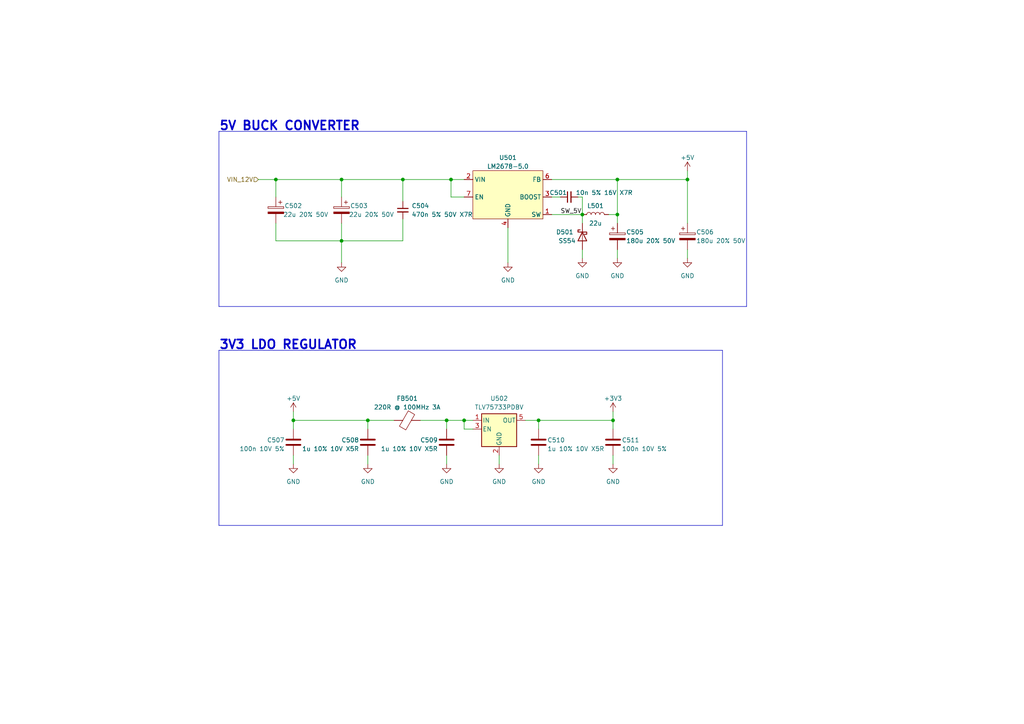
<source format=kicad_sch>
(kicad_sch (version 20230121) (generator eeschema)

  (uuid 0bc33229-289e-41f7-8f14-d2f8da86035b)

  (paper "A4")

  (title_block
    (title "GeoLock")
    (date "2023-06-28")
    (rev "1.1")
    (company "sudo-junkie")
  )

  (lib_symbols
    (symbol "Device:C" (pin_numbers hide) (pin_names (offset 0.254)) (in_bom yes) (on_board yes)
      (property "Reference" "C" (at 0.635 2.54 0)
        (effects (font (size 1.27 1.27)) (justify left))
      )
      (property "Value" "C" (at 0.635 -2.54 0)
        (effects (font (size 1.27 1.27)) (justify left))
      )
      (property "Footprint" "" (at 0.9652 -3.81 0)
        (effects (font (size 1.27 1.27)) hide)
      )
      (property "Datasheet" "~" (at 0 0 0)
        (effects (font (size 1.27 1.27)) hide)
      )
      (property "ki_keywords" "cap capacitor" (at 0 0 0)
        (effects (font (size 1.27 1.27)) hide)
      )
      (property "ki_description" "Unpolarized capacitor" (at 0 0 0)
        (effects (font (size 1.27 1.27)) hide)
      )
      (property "ki_fp_filters" "C_*" (at 0 0 0)
        (effects (font (size 1.27 1.27)) hide)
      )
      (symbol "C_0_1"
        (polyline
          (pts
            (xy -2.032 -0.762)
            (xy 2.032 -0.762)
          )
          (stroke (width 0.508) (type default))
          (fill (type none))
        )
        (polyline
          (pts
            (xy -2.032 0.762)
            (xy 2.032 0.762)
          )
          (stroke (width 0.508) (type default))
          (fill (type none))
        )
      )
      (symbol "C_1_1"
        (pin passive line (at 0 3.81 270) (length 2.794)
          (name "~" (effects (font (size 1.27 1.27))))
          (number "1" (effects (font (size 1.27 1.27))))
        )
        (pin passive line (at 0 -3.81 90) (length 2.794)
          (name "~" (effects (font (size 1.27 1.27))))
          (number "2" (effects (font (size 1.27 1.27))))
        )
      )
    )
    (symbol "Device:C_Polarized" (pin_numbers hide) (pin_names (offset 0.254)) (in_bom yes) (on_board yes)
      (property "Reference" "C" (at 0.635 2.54 0)
        (effects (font (size 1.27 1.27)) (justify left))
      )
      (property "Value" "C_Polarized" (at 0.635 -2.54 0)
        (effects (font (size 1.27 1.27)) (justify left))
      )
      (property "Footprint" "" (at 0.9652 -3.81 0)
        (effects (font (size 1.27 1.27)) hide)
      )
      (property "Datasheet" "~" (at 0 0 0)
        (effects (font (size 1.27 1.27)) hide)
      )
      (property "ki_keywords" "cap capacitor" (at 0 0 0)
        (effects (font (size 1.27 1.27)) hide)
      )
      (property "ki_description" "Polarized capacitor" (at 0 0 0)
        (effects (font (size 1.27 1.27)) hide)
      )
      (property "ki_fp_filters" "CP_*" (at 0 0 0)
        (effects (font (size 1.27 1.27)) hide)
      )
      (symbol "C_Polarized_0_1"
        (rectangle (start -2.286 0.508) (end 2.286 1.016)
          (stroke (width 0) (type default))
          (fill (type none))
        )
        (polyline
          (pts
            (xy -1.778 2.286)
            (xy -0.762 2.286)
          )
          (stroke (width 0) (type default))
          (fill (type none))
        )
        (polyline
          (pts
            (xy -1.27 2.794)
            (xy -1.27 1.778)
          )
          (stroke (width 0) (type default))
          (fill (type none))
        )
        (rectangle (start 2.286 -0.508) (end -2.286 -1.016)
          (stroke (width 0) (type default))
          (fill (type outline))
        )
      )
      (symbol "C_Polarized_1_1"
        (pin passive line (at 0 3.81 270) (length 2.794)
          (name "~" (effects (font (size 1.27 1.27))))
          (number "1" (effects (font (size 1.27 1.27))))
        )
        (pin passive line (at 0 -3.81 90) (length 2.794)
          (name "~" (effects (font (size 1.27 1.27))))
          (number "2" (effects (font (size 1.27 1.27))))
        )
      )
    )
    (symbol "Device:C_Small" (pin_numbers hide) (pin_names (offset 0.254) hide) (in_bom yes) (on_board yes)
      (property "Reference" "C" (at 0.254 1.778 0)
        (effects (font (size 1.27 1.27)) (justify left))
      )
      (property "Value" "C_Small" (at 0.254 -2.032 0)
        (effects (font (size 1.27 1.27)) (justify left))
      )
      (property "Footprint" "" (at 0 0 0)
        (effects (font (size 1.27 1.27)) hide)
      )
      (property "Datasheet" "~" (at 0 0 0)
        (effects (font (size 1.27 1.27)) hide)
      )
      (property "ki_keywords" "capacitor cap" (at 0 0 0)
        (effects (font (size 1.27 1.27)) hide)
      )
      (property "ki_description" "Unpolarized capacitor, small symbol" (at 0 0 0)
        (effects (font (size 1.27 1.27)) hide)
      )
      (property "ki_fp_filters" "C_*" (at 0 0 0)
        (effects (font (size 1.27 1.27)) hide)
      )
      (symbol "C_Small_0_1"
        (polyline
          (pts
            (xy -1.524 -0.508)
            (xy 1.524 -0.508)
          )
          (stroke (width 0.3302) (type default))
          (fill (type none))
        )
        (polyline
          (pts
            (xy -1.524 0.508)
            (xy 1.524 0.508)
          )
          (stroke (width 0.3048) (type default))
          (fill (type none))
        )
      )
      (symbol "C_Small_1_1"
        (pin passive line (at 0 2.54 270) (length 2.032)
          (name "~" (effects (font (size 1.27 1.27))))
          (number "1" (effects (font (size 1.27 1.27))))
        )
        (pin passive line (at 0 -2.54 90) (length 2.032)
          (name "~" (effects (font (size 1.27 1.27))))
          (number "2" (effects (font (size 1.27 1.27))))
        )
      )
    )
    (symbol "Device:D_Schottky" (pin_numbers hide) (pin_names (offset 1.016) hide) (in_bom yes) (on_board yes)
      (property "Reference" "D" (at 0 2.54 0)
        (effects (font (size 1.27 1.27)))
      )
      (property "Value" "D_Schottky" (at 0 -2.54 0)
        (effects (font (size 1.27 1.27)))
      )
      (property "Footprint" "" (at 0 0 0)
        (effects (font (size 1.27 1.27)) hide)
      )
      (property "Datasheet" "~" (at 0 0 0)
        (effects (font (size 1.27 1.27)) hide)
      )
      (property "ki_keywords" "diode Schottky" (at 0 0 0)
        (effects (font (size 1.27 1.27)) hide)
      )
      (property "ki_description" "Schottky diode" (at 0 0 0)
        (effects (font (size 1.27 1.27)) hide)
      )
      (property "ki_fp_filters" "TO-???* *_Diode_* *SingleDiode* D_*" (at 0 0 0)
        (effects (font (size 1.27 1.27)) hide)
      )
      (symbol "D_Schottky_0_1"
        (polyline
          (pts
            (xy 1.27 0)
            (xy -1.27 0)
          )
          (stroke (width 0) (type default))
          (fill (type none))
        )
        (polyline
          (pts
            (xy 1.27 1.27)
            (xy 1.27 -1.27)
            (xy -1.27 0)
            (xy 1.27 1.27)
          )
          (stroke (width 0.254) (type default))
          (fill (type none))
        )
        (polyline
          (pts
            (xy -1.905 0.635)
            (xy -1.905 1.27)
            (xy -1.27 1.27)
            (xy -1.27 -1.27)
            (xy -0.635 -1.27)
            (xy -0.635 -0.635)
          )
          (stroke (width 0.254) (type default))
          (fill (type none))
        )
      )
      (symbol "D_Schottky_1_1"
        (pin passive line (at -3.81 0 0) (length 2.54)
          (name "K" (effects (font (size 1.27 1.27))))
          (number "1" (effects (font (size 1.27 1.27))))
        )
        (pin passive line (at 3.81 0 180) (length 2.54)
          (name "A" (effects (font (size 1.27 1.27))))
          (number "2" (effects (font (size 1.27 1.27))))
        )
      )
    )
    (symbol "Device:FerriteBead" (pin_numbers hide) (pin_names (offset 0)) (in_bom yes) (on_board yes)
      (property "Reference" "FB" (at -3.81 0.635 90)
        (effects (font (size 1.27 1.27)))
      )
      (property "Value" "FerriteBead" (at 3.81 0 90)
        (effects (font (size 1.27 1.27)))
      )
      (property "Footprint" "" (at -1.778 0 90)
        (effects (font (size 1.27 1.27)) hide)
      )
      (property "Datasheet" "~" (at 0 0 0)
        (effects (font (size 1.27 1.27)) hide)
      )
      (property "ki_keywords" "L ferrite bead inductor filter" (at 0 0 0)
        (effects (font (size 1.27 1.27)) hide)
      )
      (property "ki_description" "Ferrite bead" (at 0 0 0)
        (effects (font (size 1.27 1.27)) hide)
      )
      (property "ki_fp_filters" "Inductor_* L_* *Ferrite*" (at 0 0 0)
        (effects (font (size 1.27 1.27)) hide)
      )
      (symbol "FerriteBead_0_1"
        (polyline
          (pts
            (xy 0 -1.27)
            (xy 0 -1.2192)
          )
          (stroke (width 0) (type default))
          (fill (type none))
        )
        (polyline
          (pts
            (xy 0 1.27)
            (xy 0 1.2954)
          )
          (stroke (width 0) (type default))
          (fill (type none))
        )
        (polyline
          (pts
            (xy -2.7686 0.4064)
            (xy -1.7018 2.2606)
            (xy 2.7686 -0.3048)
            (xy 1.6764 -2.159)
            (xy -2.7686 0.4064)
          )
          (stroke (width 0) (type default))
          (fill (type none))
        )
      )
      (symbol "FerriteBead_1_1"
        (pin passive line (at 0 3.81 270) (length 2.54)
          (name "~" (effects (font (size 1.27 1.27))))
          (number "1" (effects (font (size 1.27 1.27))))
        )
        (pin passive line (at 0 -3.81 90) (length 2.54)
          (name "~" (effects (font (size 1.27 1.27))))
          (number "2" (effects (font (size 1.27 1.27))))
        )
      )
    )
    (symbol "Device:L" (pin_numbers hide) (pin_names (offset 1.016) hide) (in_bom yes) (on_board yes)
      (property "Reference" "L" (at -1.27 0 90)
        (effects (font (size 1.27 1.27)))
      )
      (property "Value" "L" (at 1.905 0 90)
        (effects (font (size 1.27 1.27)))
      )
      (property "Footprint" "" (at 0 0 0)
        (effects (font (size 1.27 1.27)) hide)
      )
      (property "Datasheet" "~" (at 0 0 0)
        (effects (font (size 1.27 1.27)) hide)
      )
      (property "ki_keywords" "inductor choke coil reactor magnetic" (at 0 0 0)
        (effects (font (size 1.27 1.27)) hide)
      )
      (property "ki_description" "Inductor" (at 0 0 0)
        (effects (font (size 1.27 1.27)) hide)
      )
      (property "ki_fp_filters" "Choke_* *Coil* Inductor_* L_*" (at 0 0 0)
        (effects (font (size 1.27 1.27)) hide)
      )
      (symbol "L_0_1"
        (arc (start 0 -2.54) (mid 0.6323 -1.905) (end 0 -1.27)
          (stroke (width 0) (type default))
          (fill (type none))
        )
        (arc (start 0 -1.27) (mid 0.6323 -0.635) (end 0 0)
          (stroke (width 0) (type default))
          (fill (type none))
        )
        (arc (start 0 0) (mid 0.6323 0.635) (end 0 1.27)
          (stroke (width 0) (type default))
          (fill (type none))
        )
        (arc (start 0 1.27) (mid 0.6323 1.905) (end 0 2.54)
          (stroke (width 0) (type default))
          (fill (type none))
        )
      )
      (symbol "L_1_1"
        (pin passive line (at 0 3.81 270) (length 1.27)
          (name "1" (effects (font (size 1.27 1.27))))
          (number "1" (effects (font (size 1.27 1.27))))
        )
        (pin passive line (at 0 -3.81 90) (length 1.27)
          (name "2" (effects (font (size 1.27 1.27))))
          (number "2" (effects (font (size 1.27 1.27))))
        )
      )
    )
    (symbol "My_Regulator_Switching:LM2678" (in_bom yes) (on_board yes)
      (property "Reference" "U" (at 0 8.89 0)
        (effects (font (size 1.27 1.27)))
      )
      (property "Value" "LM2678" (at 6.35 -7.62 0)
        (effects (font (size 1.27 1.27)))
      )
      (property "Footprint" "Package_TO_SOT_SMD:TO-263-7_TabPin8" (at 0 -8.89 0)
        (effects (font (size 1.27 1.27)) hide)
      )
      (property "Datasheet" "" (at 0 0 0)
        (effects (font (size 1.27 1.27)) hide)
      )
      (symbol "LM2678_0_1"
        (rectangle (start -10.16 7.62) (end 10.16 -6.35)
          (stroke (width 0) (type default))
          (fill (type background))
        )
      )
      (symbol "LM2678_1_1"
        (pin power_out line (at 12.7 -5.08 180) (length 2.54)
          (name "SW" (effects (font (size 1.27 1.27))))
          (number "1" (effects (font (size 1.27 1.27))))
        )
        (pin power_in line (at -12.7 5.08 0) (length 2.54)
          (name "VIN" (effects (font (size 1.27 1.27))))
          (number "2" (effects (font (size 1.27 1.27))))
        )
        (pin output line (at 12.7 0 180) (length 2.54)
          (name "BOOST" (effects (font (size 1.27 1.27))))
          (number "3" (effects (font (size 1.27 1.27))))
        )
        (pin power_in line (at 0 -8.89 90) (length 2.54)
          (name "GND" (effects (font (size 1.27 1.27))))
          (number "4" (effects (font (size 1.27 1.27))))
        )
        (pin no_connect line (at -12.7 -5.08 0) (length 2.54) hide
          (name "NC" (effects (font (size 1.27 1.27))))
          (number "5" (effects (font (size 1.27 1.27))))
        )
        (pin input line (at 12.7 5.08 180) (length 2.54)
          (name "FB" (effects (font (size 1.27 1.27))))
          (number "6" (effects (font (size 1.27 1.27))))
        )
        (pin input line (at -12.7 0 0) (length 2.54)
          (name "EN" (effects (font (size 1.27 1.27))))
          (number "7" (effects (font (size 1.27 1.27))))
        )
        (pin passive line (at 0 -8.89 90) (length 2.54) hide
          (name "GND" (effects (font (size 1.27 1.27))))
          (number "8" (effects (font (size 1.27 1.27))))
        )
      )
    )
    (symbol "Regulator_Linear:TLV75733PDBV" (pin_names (offset 0.254)) (in_bom yes) (on_board yes)
      (property "Reference" "U" (at -3.81 5.715 0)
        (effects (font (size 1.27 1.27)))
      )
      (property "Value" "TLV75733PDBV" (at 0 5.715 0)
        (effects (font (size 1.27 1.27)) (justify left))
      )
      (property "Footprint" "Package_TO_SOT_SMD:SOT-23-5" (at 0 8.255 0)
        (effects (font (size 1.27 1.27) italic) hide)
      )
      (property "Datasheet" "https://www.ti.com/lit/ds/symlink/tlv757p.pdf" (at 0 1.27 0)
        (effects (font (size 1.27 1.27)) hide)
      )
      (property "ki_keywords" "LDO Regulator Fixed Positive" (at 0 0 0)
        (effects (font (size 1.27 1.27)) hide)
      )
      (property "ki_description" "1A Low IQ Small Size Low Dropout Voltage Regulator, Fixed Output 3.3V, SOT-23-5" (at 0 0 0)
        (effects (font (size 1.27 1.27)) hide)
      )
      (property "ki_fp_filters" "SOT?23*" (at 0 0 0)
        (effects (font (size 1.27 1.27)) hide)
      )
      (symbol "TLV75733PDBV_0_1"
        (rectangle (start -5.08 4.445) (end 5.08 -5.08)
          (stroke (width 0.254) (type default))
          (fill (type background))
        )
      )
      (symbol "TLV75733PDBV_1_1"
        (pin power_in line (at -7.62 2.54 0) (length 2.54)
          (name "IN" (effects (font (size 1.27 1.27))))
          (number "1" (effects (font (size 1.27 1.27))))
        )
        (pin power_in line (at 0 -7.62 90) (length 2.54)
          (name "GND" (effects (font (size 1.27 1.27))))
          (number "2" (effects (font (size 1.27 1.27))))
        )
        (pin input line (at -7.62 0 0) (length 2.54)
          (name "EN" (effects (font (size 1.27 1.27))))
          (number "3" (effects (font (size 1.27 1.27))))
        )
        (pin no_connect line (at 5.08 0 180) (length 2.54) hide
          (name "NC" (effects (font (size 1.27 1.27))))
          (number "4" (effects (font (size 1.27 1.27))))
        )
        (pin power_out line (at 7.62 2.54 180) (length 2.54)
          (name "OUT" (effects (font (size 1.27 1.27))))
          (number "5" (effects (font (size 1.27 1.27))))
        )
      )
    )
    (symbol "power:+3V3" (power) (pin_names (offset 0)) (in_bom yes) (on_board yes)
      (property "Reference" "#PWR" (at 0 -3.81 0)
        (effects (font (size 1.27 1.27)) hide)
      )
      (property "Value" "+3V3" (at 0 3.556 0)
        (effects (font (size 1.27 1.27)))
      )
      (property "Footprint" "" (at 0 0 0)
        (effects (font (size 1.27 1.27)) hide)
      )
      (property "Datasheet" "" (at 0 0 0)
        (effects (font (size 1.27 1.27)) hide)
      )
      (property "ki_keywords" "global power" (at 0 0 0)
        (effects (font (size 1.27 1.27)) hide)
      )
      (property "ki_description" "Power symbol creates a global label with name \"+3V3\"" (at 0 0 0)
        (effects (font (size 1.27 1.27)) hide)
      )
      (symbol "+3V3_0_1"
        (polyline
          (pts
            (xy -0.762 1.27)
            (xy 0 2.54)
          )
          (stroke (width 0) (type default))
          (fill (type none))
        )
        (polyline
          (pts
            (xy 0 0)
            (xy 0 2.54)
          )
          (stroke (width 0) (type default))
          (fill (type none))
        )
        (polyline
          (pts
            (xy 0 2.54)
            (xy 0.762 1.27)
          )
          (stroke (width 0) (type default))
          (fill (type none))
        )
      )
      (symbol "+3V3_1_1"
        (pin power_in line (at 0 0 90) (length 0) hide
          (name "+3V3" (effects (font (size 1.27 1.27))))
          (number "1" (effects (font (size 1.27 1.27))))
        )
      )
    )
    (symbol "power:+5V" (power) (pin_names (offset 0)) (in_bom yes) (on_board yes)
      (property "Reference" "#PWR" (at 0 -3.81 0)
        (effects (font (size 1.27 1.27)) hide)
      )
      (property "Value" "+5V" (at 0 3.556 0)
        (effects (font (size 1.27 1.27)))
      )
      (property "Footprint" "" (at 0 0 0)
        (effects (font (size 1.27 1.27)) hide)
      )
      (property "Datasheet" "" (at 0 0 0)
        (effects (font (size 1.27 1.27)) hide)
      )
      (property "ki_keywords" "global power" (at 0 0 0)
        (effects (font (size 1.27 1.27)) hide)
      )
      (property "ki_description" "Power symbol creates a global label with name \"+5V\"" (at 0 0 0)
        (effects (font (size 1.27 1.27)) hide)
      )
      (symbol "+5V_0_1"
        (polyline
          (pts
            (xy -0.762 1.27)
            (xy 0 2.54)
          )
          (stroke (width 0) (type default))
          (fill (type none))
        )
        (polyline
          (pts
            (xy 0 0)
            (xy 0 2.54)
          )
          (stroke (width 0) (type default))
          (fill (type none))
        )
        (polyline
          (pts
            (xy 0 2.54)
            (xy 0.762 1.27)
          )
          (stroke (width 0) (type default))
          (fill (type none))
        )
      )
      (symbol "+5V_1_1"
        (pin power_in line (at 0 0 90) (length 0) hide
          (name "+5V" (effects (font (size 1.27 1.27))))
          (number "1" (effects (font (size 1.27 1.27))))
        )
      )
    )
    (symbol "power:GND" (power) (pin_names (offset 0)) (in_bom yes) (on_board yes)
      (property "Reference" "#PWR" (at 0 -6.35 0)
        (effects (font (size 1.27 1.27)) hide)
      )
      (property "Value" "GND" (at 0 -3.81 0)
        (effects (font (size 1.27 1.27)))
      )
      (property "Footprint" "" (at 0 0 0)
        (effects (font (size 1.27 1.27)) hide)
      )
      (property "Datasheet" "" (at 0 0 0)
        (effects (font (size 1.27 1.27)) hide)
      )
      (property "ki_keywords" "global power" (at 0 0 0)
        (effects (font (size 1.27 1.27)) hide)
      )
      (property "ki_description" "Power symbol creates a global label with name \"GND\" , ground" (at 0 0 0)
        (effects (font (size 1.27 1.27)) hide)
      )
      (symbol "GND_0_1"
        (polyline
          (pts
            (xy 0 0)
            (xy 0 -1.27)
            (xy 1.27 -1.27)
            (xy 0 -2.54)
            (xy -1.27 -1.27)
            (xy 0 -1.27)
          )
          (stroke (width 0) (type default))
          (fill (type none))
        )
      )
      (symbol "GND_1_1"
        (pin power_in line (at 0 0 270) (length 0) hide
          (name "GND" (effects (font (size 1.27 1.27))))
          (number "1" (effects (font (size 1.27 1.27))))
        )
      )
    )
  )

  (junction (at 177.8 121.92) (diameter 0) (color 0 0 0 0)
    (uuid 06d74a55-2d01-4950-86ab-7a37ae23f85e)
  )
  (junction (at 116.84 52.07) (diameter 0) (color 0 0 0 0)
    (uuid 165f6c46-228f-40d6-9183-47d61d6a0b62)
  )
  (junction (at 80.01 52.07) (diameter 0) (color 0 0 0 0)
    (uuid 1f54903f-b05e-4000-9374-7acb34121037)
  )
  (junction (at 129.54 121.92) (diameter 0) (color 0 0 0 0)
    (uuid 21d8185d-cd21-4ce7-8235-7ae2dfc1f53b)
  )
  (junction (at 106.68 121.92) (diameter 0) (color 0 0 0 0)
    (uuid 282ffc16-052b-4637-bb7d-c4e19df6cf96)
  )
  (junction (at 134.62 121.92) (diameter 0) (color 0 0 0 0)
    (uuid 35de8698-e29a-41a0-9c8c-446476e610f3)
  )
  (junction (at 85.09 121.92) (diameter 0) (color 0 0 0 0)
    (uuid 6247aacb-d49b-4236-b6b0-d87915ccdf7f)
  )
  (junction (at 99.06 69.85) (diameter 0) (color 0 0 0 0)
    (uuid 966d5c9c-483b-4f34-a35e-b43aa2ec5549)
  )
  (junction (at 156.21 121.92) (diameter 0) (color 0 0 0 0)
    (uuid 9af384cc-33ea-4b9d-8faf-72e9eefbc3d1)
  )
  (junction (at 99.06 52.07) (diameter 0) (color 0 0 0 0)
    (uuid aca1a0ab-bbf7-470b-a2d8-95aff6d1b7e6)
  )
  (junction (at 199.39 52.07) (diameter 0) (color 0 0 0 0)
    (uuid b03bbd6f-460c-4d12-a3c8-b2bdf2b7a9c0)
  )
  (junction (at 168.91 62.23) (diameter 0) (color 0 0 0 0)
    (uuid d3296393-5f66-4302-a724-f38b718f63e6)
  )
  (junction (at 179.07 62.23) (diameter 0) (color 0 0 0 0)
    (uuid f1c86dae-cb5c-466e-9d8f-c3a12304ed4d)
  )
  (junction (at 179.07 52.07) (diameter 0) (color 0 0 0 0)
    (uuid f2c733f4-251e-4d82-8b2d-7706c7ed2b4b)
  )
  (junction (at 130.81 52.07) (diameter 0) (color 0 0 0 0)
    (uuid fe72b6fb-a065-44e9-b96a-d28a6e645065)
  )

  (wire (pts (xy 179.07 62.23) (xy 179.07 64.77))
    (stroke (width 0) (type default))
    (uuid 0221453b-eec5-4404-ab50-ea17d914f11a)
  )
  (wire (pts (xy 177.8 119.38) (xy 177.8 121.92))
    (stroke (width 0) (type default))
    (uuid 02d4a8b1-d795-4278-a33f-e663ba21ad02)
  )
  (wire (pts (xy 176.53 62.23) (xy 179.07 62.23))
    (stroke (width 0) (type default))
    (uuid 09083e1e-d306-4761-92b5-d547c095fbb5)
  )
  (polyline (pts (xy 209.55 152.4) (xy 63.5 152.4))
    (stroke (width 0) (type default))
    (uuid 0ab226ce-90de-4dd0-8a0c-a64497b2aade)
  )
  (polyline (pts (xy 216.535 38.1) (xy 216.535 88.9))
    (stroke (width 0) (type default))
    (uuid 11f9f393-dd71-4be4-a98a-3f959597d6f1)
  )

  (wire (pts (xy 116.84 52.07) (xy 116.84 58.42))
    (stroke (width 0) (type default))
    (uuid 1b506079-046e-45b6-8e91-6fe71cac6ace)
  )
  (wire (pts (xy 85.09 132.08) (xy 85.09 134.62))
    (stroke (width 0) (type default))
    (uuid 1b6fa7a2-d4aa-424f-a228-045295be9b56)
  )
  (wire (pts (xy 85.09 121.92) (xy 85.09 124.46))
    (stroke (width 0) (type default))
    (uuid 1b99f3c9-c11f-4285-bf52-94a8fa33c217)
  )
  (wire (pts (xy 129.54 121.92) (xy 134.62 121.92))
    (stroke (width 0) (type default))
    (uuid 30137707-f84b-4554-9151-1c148e15e57d)
  )
  (wire (pts (xy 106.68 121.92) (xy 106.68 124.46))
    (stroke (width 0) (type default))
    (uuid 31ae3669-f083-4eff-afc6-6b7ffa32f855)
  )
  (wire (pts (xy 147.32 66.04) (xy 147.32 76.2))
    (stroke (width 0) (type default))
    (uuid 34133e90-811b-45df-892e-bbcda1e89398)
  )
  (wire (pts (xy 106.68 121.92) (xy 114.3 121.92))
    (stroke (width 0) (type default))
    (uuid 3493d679-9e02-4d71-87ee-741881fcef9f)
  )
  (wire (pts (xy 179.07 52.07) (xy 199.39 52.07))
    (stroke (width 0) (type default))
    (uuid 34f33d90-2aa7-4db5-b326-17edec74f8e8)
  )
  (wire (pts (xy 85.09 119.38) (xy 85.09 121.92))
    (stroke (width 0) (type default))
    (uuid 360ed8e1-6d5d-4be3-aedf-2c3af8ca8521)
  )
  (wire (pts (xy 160.02 57.15) (xy 162.56 57.15))
    (stroke (width 0) (type default))
    (uuid 3825308b-e091-400c-a9ae-689ad5fdbe89)
  )
  (wire (pts (xy 80.01 69.85) (xy 80.01 64.77))
    (stroke (width 0) (type default))
    (uuid 38ac9336-4e18-43fa-afdc-3a2f2dc666f1)
  )
  (wire (pts (xy 99.06 69.85) (xy 80.01 69.85))
    (stroke (width 0) (type default))
    (uuid 3abb6c56-00c1-48f9-853c-6996216f469d)
  )
  (wire (pts (xy 156.21 121.92) (xy 177.8 121.92))
    (stroke (width 0) (type default))
    (uuid 3c083287-501f-48e0-84f2-ac61fa6850ff)
  )
  (polyline (pts (xy 63.5 88.9) (xy 63.5 38.1))
    (stroke (width 0) (type default))
    (uuid 44b3a773-ea23-4a57-b6f0-b99967d8cf4a)
  )

  (wire (pts (xy 156.21 121.92) (xy 156.21 124.46))
    (stroke (width 0) (type default))
    (uuid 468736e2-4e54-44d9-bf86-79ea6c8872d1)
  )
  (polyline (pts (xy 63.5 152.4) (xy 63.5 101.6))
    (stroke (width 0) (type default))
    (uuid 473fd8b0-7193-40f5-93d9-0817b854eeef)
  )

  (wire (pts (xy 168.91 62.23) (xy 168.91 57.15))
    (stroke (width 0) (type default))
    (uuid 4879fa32-c0fd-48c1-915d-d9beafe1e6f7)
  )
  (wire (pts (xy 199.39 74.93) (xy 199.39 72.39))
    (stroke (width 0) (type default))
    (uuid 4daafc53-0879-4165-8c6c-fca08d0710c5)
  )
  (wire (pts (xy 199.39 49.53) (xy 199.39 52.07))
    (stroke (width 0) (type default))
    (uuid 5aee423d-13d1-482f-ab45-f98aac9b8955)
  )
  (wire (pts (xy 168.91 74.93) (xy 168.91 72.39))
    (stroke (width 0) (type default))
    (uuid 5cc27fc2-5fcd-4da0-a09e-4b7031f9465a)
  )
  (wire (pts (xy 129.54 121.92) (xy 129.54 124.46))
    (stroke (width 0) (type default))
    (uuid 60cbd00c-cac3-4070-aaac-a8a488daad40)
  )
  (wire (pts (xy 134.62 57.15) (xy 130.81 57.15))
    (stroke (width 0) (type default))
    (uuid 61498aee-d6bf-49f0-986a-9194e3db91a8)
  )
  (wire (pts (xy 177.8 132.08) (xy 177.8 134.62))
    (stroke (width 0) (type default))
    (uuid 643f3dc3-8037-46c5-a913-f6340b41b550)
  )
  (wire (pts (xy 199.39 52.07) (xy 199.39 64.77))
    (stroke (width 0) (type default))
    (uuid 7280b5bb-ccad-4744-ab0f-c1766661863b)
  )
  (wire (pts (xy 156.21 132.08) (xy 156.21 134.62))
    (stroke (width 0) (type default))
    (uuid 74373b08-5342-47ee-b467-fc062a763c2c)
  )
  (wire (pts (xy 179.07 74.93) (xy 179.07 72.39))
    (stroke (width 0) (type default))
    (uuid 75ffd93c-0815-4ca0-971d-269a570028df)
  )
  (wire (pts (xy 152.4 121.92) (xy 156.21 121.92))
    (stroke (width 0) (type default))
    (uuid 7ba4bdfe-88b1-4aa2-ab8d-dae3534ad513)
  )
  (polyline (pts (xy 216.535 88.9) (xy 63.5 88.9))
    (stroke (width 0) (type default))
    (uuid 7c485993-303f-41ab-98f3-6a62e893ebdd)
  )

  (wire (pts (xy 144.78 134.62) (xy 144.78 132.08))
    (stroke (width 0) (type default))
    (uuid 7dd63677-ac5a-41cc-a6c2-044b1d95f020)
  )
  (wire (pts (xy 116.84 63.5) (xy 116.84 69.85))
    (stroke (width 0) (type default))
    (uuid 808bb8ba-754a-4593-9b8a-b8de6975cf02)
  )
  (wire (pts (xy 134.62 121.92) (xy 134.62 124.46))
    (stroke (width 0) (type default))
    (uuid 8a823b46-88ee-4c53-8b9a-eb4450f1fefc)
  )
  (wire (pts (xy 130.81 52.07) (xy 134.62 52.07))
    (stroke (width 0) (type default))
    (uuid 8b6740b5-299c-4a02-9e5e-bf15d8ea746f)
  )
  (wire (pts (xy 177.8 121.92) (xy 177.8 124.46))
    (stroke (width 0) (type default))
    (uuid 8d1d9599-318c-4237-9515-bee8ce6c6c71)
  )
  (wire (pts (xy 160.02 62.23) (xy 168.91 62.23))
    (stroke (width 0) (type default))
    (uuid 9409c9cd-ace2-4166-84a9-49df4fbb73a6)
  )
  (wire (pts (xy 99.06 52.07) (xy 99.06 57.15))
    (stroke (width 0) (type default))
    (uuid 97eb92a3-8d37-45a5-9345-d442fc9850a0)
  )
  (wire (pts (xy 106.68 132.08) (xy 106.68 134.62))
    (stroke (width 0) (type default))
    (uuid 98a8ca98-6f63-4a32-a192-8289d7302617)
  )
  (polyline (pts (xy 63.5 101.6) (xy 209.55 101.6))
    (stroke (width 0) (type default))
    (uuid 9a4c76e2-d766-4319-9850-b30053e96e88)
  )

  (wire (pts (xy 130.81 52.07) (xy 130.81 57.15))
    (stroke (width 0) (type default))
    (uuid 9d5f0565-091a-4e3f-9444-26dcc5939667)
  )
  (wire (pts (xy 160.02 52.07) (xy 179.07 52.07))
    (stroke (width 0) (type default))
    (uuid a05b2c48-6d98-4eb0-9741-8569f73f07da)
  )
  (wire (pts (xy 85.09 121.92) (xy 106.68 121.92))
    (stroke (width 0) (type default))
    (uuid b1db6fae-a4ab-42c0-81fd-c301a9d3073b)
  )
  (wire (pts (xy 74.93 52.07) (xy 80.01 52.07))
    (stroke (width 0) (type default))
    (uuid b212d08e-feef-4a96-9402-70f1eb5aa3d9)
  )
  (polyline (pts (xy 209.55 101.6) (xy 209.55 152.4))
    (stroke (width 0) (type default))
    (uuid c0667f05-567f-452b-bdf6-31890e94c19d)
  )

  (wire (pts (xy 137.16 124.46) (xy 134.62 124.46))
    (stroke (width 0) (type default))
    (uuid c763aeac-5ec7-4bce-a4be-a904e8fa26eb)
  )
  (wire (pts (xy 116.84 52.07) (xy 130.81 52.07))
    (stroke (width 0) (type default))
    (uuid cb01f410-e20d-4bd7-be23-cfec18116781)
  )
  (wire (pts (xy 121.92 121.92) (xy 129.54 121.92))
    (stroke (width 0) (type default))
    (uuid cbe4b90b-97f2-452a-8e72-6f6342c29e56)
  )
  (wire (pts (xy 99.06 69.85) (xy 116.84 69.85))
    (stroke (width 0) (type default))
    (uuid cca8407d-debd-4c5d-bc23-67817d920c53)
  )
  (polyline (pts (xy 63.5 38.1) (xy 216.535 38.1))
    (stroke (width 0) (type default))
    (uuid cf6ee931-c128-4069-a679-134ea57483d6)
  )

  (wire (pts (xy 168.91 62.23) (xy 168.91 64.77))
    (stroke (width 0) (type default))
    (uuid d11368e7-35fa-4755-84c4-f78ab449f818)
  )
  (wire (pts (xy 179.07 52.07) (xy 179.07 62.23))
    (stroke (width 0) (type default))
    (uuid d17803b2-0a4a-454e-83f4-ad78ee992e13)
  )
  (wire (pts (xy 99.06 64.77) (xy 99.06 69.85))
    (stroke (width 0) (type default))
    (uuid d5418a93-0362-4057-bbcc-efee2b384323)
  )
  (wire (pts (xy 80.01 52.07) (xy 99.06 52.07))
    (stroke (width 0) (type default))
    (uuid dd15ed6a-585f-4543-b074-6e10618a3eb1)
  )
  (wire (pts (xy 134.62 121.92) (xy 137.16 121.92))
    (stroke (width 0) (type default))
    (uuid e0fc3a6e-8e52-44a7-8721-286bf7640cf6)
  )
  (wire (pts (xy 80.01 52.07) (xy 80.01 57.15))
    (stroke (width 0) (type default))
    (uuid e2adc3ac-a7cb-4f8f-a727-a6565ed0d2c8)
  )
  (wire (pts (xy 129.54 132.08) (xy 129.54 134.62))
    (stroke (width 0) (type default))
    (uuid f3adab55-9b9d-494b-a5da-9c24661d4bda)
  )
  (wire (pts (xy 167.64 57.15) (xy 168.91 57.15))
    (stroke (width 0) (type default))
    (uuid f3d83ec1-b83f-4f74-8122-d0d2dda2627a)
  )
  (wire (pts (xy 99.06 52.07) (xy 116.84 52.07))
    (stroke (width 0) (type default))
    (uuid f67465c0-79dd-456b-9714-9235dad2b966)
  )
  (wire (pts (xy 99.06 69.85) (xy 99.06 76.2))
    (stroke (width 0) (type default))
    (uuid fef24592-558a-4932-aa43-525f58b8252b)
  )

  (text "5V BUCK CONVERTER" (at 63.5 38.1 0)
    (effects (font (size 2.54 2.54) (thickness 0.508) bold) (justify left bottom))
    (uuid 587ff115-c1a4-46af-a444-15589c962f45)
  )
  (text "3V3 LDO REGULATOR" (at 63.5 101.6 0)
    (effects (font (size 2.54 2.54) (thickness 0.508) bold) (justify left bottom))
    (uuid e8b6a71a-7453-4494-be5d-2a0f27a6be5a)
  )

  (label "SW_5V" (at 162.56 62.23 0) (fields_autoplaced)
    (effects (font (size 1.27 1.27)) (justify left bottom))
    (uuid a1afc548-272f-4da3-8315-42302d2d95a9)
  )

  (hierarchical_label "VIN_12V" (shape input) (at 74.93 52.07 180) (fields_autoplaced)
    (effects (font (size 1.27 1.27)) (justify right))
    (uuid 70796321-5505-477f-8cc0-87468b5d7eb2)
  )

  (symbol (lib_id "power:+5V") (at 199.39 49.53 0) (unit 1)
    (in_bom yes) (on_board yes) (dnp no) (fields_autoplaced)
    (uuid 03c90856-a007-452b-a0ff-415eaba48108)
    (property "Reference" "#PWR0501" (at 199.39 53.34 0)
      (effects (font (size 1.27 1.27)) hide)
    )
    (property "Value" "+5V" (at 199.39 45.72 0)
      (effects (font (size 1.27 1.27)))
    )
    (property "Footprint" "" (at 199.39 49.53 0)
      (effects (font (size 1.27 1.27)) hide)
    )
    (property "Datasheet" "" (at 199.39 49.53 0)
      (effects (font (size 1.27 1.27)) hide)
    )
    (pin "1" (uuid 6ea2a8cd-2ccf-4b5a-a63c-57b8809adaa2))
    (instances
      (project "GeoLock"
        (path "/80d4c9d2-1c04-4831-bf83-6e9f81c3a88b/0279043e-6901-41ca-9bc7-010b9cedd465"
          (reference "#PWR0501") (unit 1)
        )
      )
    )
  )

  (symbol (lib_id "Device:L") (at 172.72 62.23 90) (unit 1)
    (in_bom yes) (on_board yes) (dnp no)
    (uuid 05bffa7a-1550-491e-bce6-b6dc4e813d39)
    (property "Reference" "L501" (at 172.72 59.69 90)
      (effects (font (size 1.27 1.27)))
    )
    (property "Value" "22u" (at 172.72 64.77 90)
      (effects (font (size 1.27 1.27)))
    )
    (property "Footprint" "Inductor_SMD:L_Sunlord_MWSA0804S" (at 172.72 62.23 0)
      (effects (font (size 1.27 1.27)) hide)
    )
    (property "Datasheet" "~" (at 172.72 62.23 0)
      (effects (font (size 1.27 1.27)) hide)
    )
    (property "MANUFACTURER" "YJYCOIN " (at 172.72 62.23 0)
      (effects (font (size 1.27 1.27)) hide)
    )
    (property "MPN" "YSPI0840-220M" (at 172.72 62.23 0)
      (effects (font (size 1.27 1.27)) hide)
    )
    (property "UNIT PRICE" "0.2643" (at 172.72 62.23 0)
      (effects (font (size 1.27 1.27)) hide)
    )
    (property "VENDOR" "LCSC" (at 172.72 62.23 0)
      (effects (font (size 1.27 1.27)) hide)
    )
    (property "LCSC PART#" "C5278948" (at 172.72 62.23 0)
      (effects (font (size 1.27 1.27)) hide)
    )
    (pin "1" (uuid f6f3daab-0db6-4589-be40-6744f11eb804))
    (pin "2" (uuid 4e59bf09-2c84-4813-b83c-a9f4b59f48fc))
    (instances
      (project "GeoLock"
        (path "/80d4c9d2-1c04-4831-bf83-6e9f81c3a88b/0279043e-6901-41ca-9bc7-010b9cedd465"
          (reference "L501") (unit 1)
        )
      )
      (project "SMPS_5V_3A_LM2678"
        (path "/d5dd4794-a134-43f5-96aa-5513758ccb35"
          (reference "L301") (unit 1)
        )
      )
    )
  )

  (symbol (lib_id "power:GND") (at 179.07 74.93 0) (unit 1)
    (in_bom yes) (on_board yes) (dnp no) (fields_autoplaced)
    (uuid 0f5bd4cf-ada6-4418-8742-1ad2eba6e913)
    (property "Reference" "#PWR0503" (at 179.07 81.28 0)
      (effects (font (size 1.27 1.27)) hide)
    )
    (property "Value" "GND" (at 179.07 80.01 0)
      (effects (font (size 1.27 1.27)))
    )
    (property "Footprint" "" (at 179.07 74.93 0)
      (effects (font (size 1.27 1.27)) hide)
    )
    (property "Datasheet" "" (at 179.07 74.93 0)
      (effects (font (size 1.27 1.27)) hide)
    )
    (pin "1" (uuid 84b5f901-4a42-4b0d-8748-dd20e454be04))
    (instances
      (project "GeoLock"
        (path "/80d4c9d2-1c04-4831-bf83-6e9f81c3a88b/0279043e-6901-41ca-9bc7-010b9cedd465"
          (reference "#PWR0503") (unit 1)
        )
      )
    )
  )

  (symbol (lib_id "Device:C") (at 106.68 128.27 0) (mirror y) (unit 1)
    (in_bom yes) (on_board yes) (dnp no)
    (uuid 1aea7704-ad13-4d1b-ac0d-b8a2dab0bf10)
    (property "Reference" "C508" (at 104.14 127.6413 0)
      (effects (font (size 1.27 1.27)) (justify left))
    )
    (property "Value" "1u 10% 10V X5R" (at 104.14 130.1813 0)
      (effects (font (size 1.27 1.27)) (justify left))
    )
    (property "Footprint" "Capacitor_SMD:C_0402_1005Metric" (at 105.7148 132.08 0)
      (effects (font (size 1.27 1.27)) hide)
    )
    (property "Datasheet" "~" (at 106.68 128.27 0)
      (effects (font (size 1.27 1.27)) hide)
    )
    (property "UNIT PRICE" "0.0019 " (at 106.68 128.27 0)
      (effects (font (size 1.27 1.27)) hide)
    )
    (property "VENDOR" "LCSC" (at 106.68 128.27 0)
      (effects (font (size 1.27 1.27)) hide)
    )
    (property "MANUFACTURER" "Samsung Electro-Mechanics" (at 106.68 128.27 0)
      (effects (font (size 1.27 1.27)) hide)
    )
    (property "MPN" "CL05A105KP5NNNC" (at 106.68 128.27 0)
      (effects (font (size 1.27 1.27)) hide)
    )
    (property "LCSC PART#" "C14445" (at 106.68 128.27 0)
      (effects (font (size 1.27 1.27)) hide)
    )
    (pin "1" (uuid 07153b1d-87d8-4f43-925a-214bf983b857))
    (pin "2" (uuid 15ba761b-1923-4384-ba25-06201e98a1f8))
    (instances
      (project "GeoLock"
        (path "/80d4c9d2-1c04-4831-bf83-6e9f81c3a88b/0279043e-6901-41ca-9bc7-010b9cedd465"
          (reference "C508") (unit 1)
        )
      )
      (project "Atego_Nano"
        (path "/f0d70477-67e1-4b14-aebd-2138d55a5d0c"
          (reference "C102") (unit 1)
        )
      )
      (project "FishTail_v4"
        (path "/f4510e2e-79e5-4808-a70d-641ae566d6fa"
          (reference "C?") (unit 1)
        )
        (path "/f4510e2e-79e5-4808-a70d-641ae566d6fa/26609c9b-7a62-42ce-8341-1a0c253e271c"
          (reference "C302") (unit 1)
        )
      )
    )
  )

  (symbol (lib_id "Device:FerriteBead") (at 118.11 121.92 90) (unit 1)
    (in_bom yes) (on_board yes) (dnp no)
    (uuid 1beec705-e8c6-4d59-b538-95788bc9ec68)
    (property "Reference" "FB501" (at 118.11 115.57 90)
      (effects (font (size 1.27 1.27)))
    )
    (property "Value" "220R @ 100MHz 3A" (at 118.11 118.11 90)
      (effects (font (size 1.27 1.27)))
    )
    (property "Footprint" "Inductor_SMD:L_0603_1608Metric" (at 118.11 123.698 90)
      (effects (font (size 1.27 1.27)) hide)
    )
    (property "Datasheet" "~" (at 118.11 121.92 0)
      (effects (font (size 1.27 1.27)) hide)
    )
    (property "UNIT PRICE" "0.0101" (at 118.11 121.92 0)
      (effects (font (size 1.27 1.27)) hide)
    )
    (property "VENDOR" "LCSC" (at 118.11 121.92 0)
      (effects (font (size 1.27 1.27)) hide)
    )
    (property "MANUFACTURER" "Murata Electronics" (at 118.11 121.92 0)
      (effects (font (size 1.27 1.27)) hide)
    )
    (property "MPN" "BLM18KG121TN1D" (at 118.11 121.92 0)
      (effects (font (size 1.27 1.27)) hide)
    )
    (property "LCSC PART#" "C85831" (at 118.11 121.92 0)
      (effects (font (size 1.27 1.27)) hide)
    )
    (pin "1" (uuid 8ac462c2-13e0-4273-b5ed-535e6356e35c))
    (pin "2" (uuid fbc7773c-f0a5-4139-aed1-299ba4b94d66))
    (instances
      (project "GeoLock"
        (path "/80d4c9d2-1c04-4831-bf83-6e9f81c3a88b/0279043e-6901-41ca-9bc7-010b9cedd465"
          (reference "FB501") (unit 1)
        )
      )
      (project "FishTail_v4"
        (path "/f4510e2e-79e5-4808-a70d-641ae566d6fa/26609c9b-7a62-42ce-8341-1a0c253e271c"
          (reference "FB301") (unit 1)
        )
      )
    )
  )

  (symbol (lib_id "Device:C") (at 129.54 128.27 0) (mirror y) (unit 1)
    (in_bom yes) (on_board yes) (dnp no)
    (uuid 22d28e49-ff77-4361-bede-b147ad80edba)
    (property "Reference" "C509" (at 127 127.6413 0)
      (effects (font (size 1.27 1.27)) (justify left))
    )
    (property "Value" "1u 10% 10V X5R" (at 127 130.1813 0)
      (effects (font (size 1.27 1.27)) (justify left))
    )
    (property "Footprint" "Capacitor_SMD:C_0402_1005Metric" (at 128.5748 132.08 0)
      (effects (font (size 1.27 1.27)) hide)
    )
    (property "Datasheet" "~" (at 129.54 128.27 0)
      (effects (font (size 1.27 1.27)) hide)
    )
    (property "UNIT PRICE" "0.0019 " (at 129.54 128.27 0)
      (effects (font (size 1.27 1.27)) hide)
    )
    (property "VENDOR" "LCSC" (at 129.54 128.27 0)
      (effects (font (size 1.27 1.27)) hide)
    )
    (property "MANUFACTURER" "Samsung Electro-Mechanics" (at 129.54 128.27 0)
      (effects (font (size 1.27 1.27)) hide)
    )
    (property "MPN" "CL05A105KP5NNNC" (at 129.54 128.27 0)
      (effects (font (size 1.27 1.27)) hide)
    )
    (property "LCSC PART#" "C14445" (at 129.54 128.27 0)
      (effects (font (size 1.27 1.27)) hide)
    )
    (pin "1" (uuid a396ae74-567a-4622-8805-06b872498b5c))
    (pin "2" (uuid 30b06a5c-55c0-4e5a-acce-60899bf54c13))
    (instances
      (project "GeoLock"
        (path "/80d4c9d2-1c04-4831-bf83-6e9f81c3a88b/0279043e-6901-41ca-9bc7-010b9cedd465"
          (reference "C509") (unit 1)
        )
      )
      (project "Atego_Nano"
        (path "/f0d70477-67e1-4b14-aebd-2138d55a5d0c"
          (reference "C101") (unit 1)
        )
      )
      (project "FishTail_v4"
        (path "/f4510e2e-79e5-4808-a70d-641ae566d6fa"
          (reference "C?") (unit 1)
        )
        (path "/f4510e2e-79e5-4808-a70d-641ae566d6fa/26609c9b-7a62-42ce-8341-1a0c253e271c"
          (reference "C303") (unit 1)
        )
      )
    )
  )

  (symbol (lib_id "power:GND") (at 129.54 134.62 0) (unit 1)
    (in_bom yes) (on_board yes) (dnp no) (fields_autoplaced)
    (uuid 26f51028-3e44-4040-aaf6-ce2a1afc1699)
    (property "Reference" "#PWR0511" (at 129.54 140.97 0)
      (effects (font (size 1.27 1.27)) hide)
    )
    (property "Value" "GND" (at 129.54 139.7 0)
      (effects (font (size 1.27 1.27)))
    )
    (property "Footprint" "" (at 129.54 134.62 0)
      (effects (font (size 1.27 1.27)) hide)
    )
    (property "Datasheet" "" (at 129.54 134.62 0)
      (effects (font (size 1.27 1.27)) hide)
    )
    (pin "1" (uuid 5803ebe2-028e-4b1a-b8fb-f398748a4f4f))
    (instances
      (project "GeoLock"
        (path "/80d4c9d2-1c04-4831-bf83-6e9f81c3a88b/0279043e-6901-41ca-9bc7-010b9cedd465"
          (reference "#PWR0511") (unit 1)
        )
      )
    )
  )

  (symbol (lib_id "Regulator_Linear:TLV75733PDBV") (at 144.78 124.46 0) (unit 1)
    (in_bom yes) (on_board yes) (dnp no) (fields_autoplaced)
    (uuid 28dc8489-24f7-4fdb-b602-705cdb4d822c)
    (property "Reference" "U502" (at 144.78 115.57 0)
      (effects (font (size 1.27 1.27)))
    )
    (property "Value" "TLV75733PDBV" (at 144.78 118.11 0)
      (effects (font (size 1.27 1.27)))
    )
    (property "Footprint" "Package_TO_SOT_SMD:SOT-23-5" (at 144.78 116.205 0)
      (effects (font (size 1.27 1.27) italic) hide)
    )
    (property "Datasheet" "https://www.ti.com/lit/ds/symlink/tlv757p.pdf" (at 144.78 123.19 0)
      (effects (font (size 1.27 1.27)) hide)
    )
    (property "LCSC PART#" "C485517" (at 144.78 124.46 0)
      (effects (font (size 1.27 1.27)) hide)
    )
    (property "VENDOR" "LCSC" (at 144.78 124.46 0)
      (effects (font (size 1.27 1.27)) hide)
    )
    (property "MANUFACTURER" "Texas Instruments" (at 144.78 124.46 0)
      (effects (font (size 1.27 1.27)) hide)
    )
    (property "MPN" "TLV75733PDBVR" (at 144.78 124.46 0)
      (effects (font (size 1.27 1.27)) hide)
    )
    (property "UNIT PRICE" "0.4296 " (at 144.78 124.46 0)
      (effects (font (size 1.27 1.27)) hide)
    )
    (pin "1" (uuid fb65ac63-423a-464e-bcd1-07d65614c8cd))
    (pin "2" (uuid f366a6f4-f3bf-4794-b7f1-065ab9fa2bff))
    (pin "3" (uuid d89320ce-666f-45c4-b15f-626b49dffd4f))
    (pin "4" (uuid e01f8365-1194-4b52-94a2-63ebab179b16))
    (pin "5" (uuid 1f0c7637-b741-4ca4-8fc3-407a0ad97053))
    (instances
      (project "GeoLock"
        (path "/80d4c9d2-1c04-4831-bf83-6e9f81c3a88b/0279043e-6901-41ca-9bc7-010b9cedd465"
          (reference "U502") (unit 1)
        )
      )
    )
  )

  (symbol (lib_id "power:GND") (at 85.09 134.62 0) (unit 1)
    (in_bom yes) (on_board yes) (dnp no) (fields_autoplaced)
    (uuid 32214de8-2798-45eb-a099-ca1084bb18e5)
    (property "Reference" "#PWR0509" (at 85.09 140.97 0)
      (effects (font (size 1.27 1.27)) hide)
    )
    (property "Value" "GND" (at 85.09 139.7 0)
      (effects (font (size 1.27 1.27)))
    )
    (property "Footprint" "" (at 85.09 134.62 0)
      (effects (font (size 1.27 1.27)) hide)
    )
    (property "Datasheet" "" (at 85.09 134.62 0)
      (effects (font (size 1.27 1.27)) hide)
    )
    (pin "1" (uuid e4e9f270-a9e1-4869-b89a-78af9eec0580))
    (instances
      (project "GeoLock"
        (path "/80d4c9d2-1c04-4831-bf83-6e9f81c3a88b/0279043e-6901-41ca-9bc7-010b9cedd465"
          (reference "#PWR0509") (unit 1)
        )
      )
    )
  )

  (symbol (lib_id "power:+3V3") (at 177.8 119.38 0) (unit 1)
    (in_bom yes) (on_board yes) (dnp no) (fields_autoplaced)
    (uuid 3e16b29c-118d-4370-ae0d-2f93cd80e434)
    (property "Reference" "#PWR0508" (at 177.8 123.19 0)
      (effects (font (size 1.27 1.27)) hide)
    )
    (property "Value" "+3V3" (at 177.8 115.57 0)
      (effects (font (size 1.27 1.27)))
    )
    (property "Footprint" "" (at 177.8 119.38 0)
      (effects (font (size 1.27 1.27)) hide)
    )
    (property "Datasheet" "" (at 177.8 119.38 0)
      (effects (font (size 1.27 1.27)) hide)
    )
    (pin "1" (uuid aeb62c46-c7da-420d-858e-e0e905316c1d))
    (instances
      (project "GeoLock"
        (path "/80d4c9d2-1c04-4831-bf83-6e9f81c3a88b/0279043e-6901-41ca-9bc7-010b9cedd465"
          (reference "#PWR0508") (unit 1)
        )
      )
    )
  )

  (symbol (lib_id "power:GND") (at 168.91 74.93 0) (unit 1)
    (in_bom yes) (on_board yes) (dnp no) (fields_autoplaced)
    (uuid 429f8d33-baac-483d-9b53-cb5db40d38b1)
    (property "Reference" "#PWR0502" (at 168.91 81.28 0)
      (effects (font (size 1.27 1.27)) hide)
    )
    (property "Value" "GND" (at 168.91 80.01 0)
      (effects (font (size 1.27 1.27)))
    )
    (property "Footprint" "" (at 168.91 74.93 0)
      (effects (font (size 1.27 1.27)) hide)
    )
    (property "Datasheet" "" (at 168.91 74.93 0)
      (effects (font (size 1.27 1.27)) hide)
    )
    (pin "1" (uuid 47f94500-f7b2-4ebc-8b77-cf16842f5663))
    (instances
      (project "GeoLock"
        (path "/80d4c9d2-1c04-4831-bf83-6e9f81c3a88b/0279043e-6901-41ca-9bc7-010b9cedd465"
          (reference "#PWR0502") (unit 1)
        )
      )
    )
  )

  (symbol (lib_id "power:GND") (at 199.39 74.93 0) (unit 1)
    (in_bom yes) (on_board yes) (dnp no) (fields_autoplaced)
    (uuid 5b5a723f-bdfc-4de1-84a0-5853e7ecd49f)
    (property "Reference" "#PWR0504" (at 199.39 81.28 0)
      (effects (font (size 1.27 1.27)) hide)
    )
    (property "Value" "GND" (at 199.39 80.01 0)
      (effects (font (size 1.27 1.27)))
    )
    (property "Footprint" "" (at 199.39 74.93 0)
      (effects (font (size 1.27 1.27)) hide)
    )
    (property "Datasheet" "" (at 199.39 74.93 0)
      (effects (font (size 1.27 1.27)) hide)
    )
    (pin "1" (uuid 4effcd6d-cbf9-4e0e-9b14-4d273b0bd345))
    (instances
      (project "GeoLock"
        (path "/80d4c9d2-1c04-4831-bf83-6e9f81c3a88b/0279043e-6901-41ca-9bc7-010b9cedd465"
          (reference "#PWR0504") (unit 1)
        )
      )
    )
  )

  (symbol (lib_id "power:GND") (at 99.06 76.2 0) (unit 1)
    (in_bom yes) (on_board yes) (dnp no) (fields_autoplaced)
    (uuid 5ea3b6c1-ff60-4c21-a341-b0302b98eaff)
    (property "Reference" "#PWR0505" (at 99.06 82.55 0)
      (effects (font (size 1.27 1.27)) hide)
    )
    (property "Value" "GND" (at 99.06 81.28 0)
      (effects (font (size 1.27 1.27)))
    )
    (property "Footprint" "" (at 99.06 76.2 0)
      (effects (font (size 1.27 1.27)) hide)
    )
    (property "Datasheet" "" (at 99.06 76.2 0)
      (effects (font (size 1.27 1.27)) hide)
    )
    (pin "1" (uuid d6651001-13b8-4e72-94bc-44ea241e35d7))
    (instances
      (project "GeoLock"
        (path "/80d4c9d2-1c04-4831-bf83-6e9f81c3a88b/0279043e-6901-41ca-9bc7-010b9cedd465"
          (reference "#PWR0505") (unit 1)
        )
      )
    )
  )

  (symbol (lib_id "Device:C") (at 177.8 128.27 0) (unit 1)
    (in_bom yes) (on_board yes) (dnp no)
    (uuid 61d26b10-2847-4fbb-a564-8c4c83a03ccc)
    (property "Reference" "C511" (at 180.34 127.6413 0)
      (effects (font (size 1.27 1.27)) (justify left))
    )
    (property "Value" "100n 10V 5%" (at 180.34 130.1813 0)
      (effects (font (size 1.27 1.27)) (justify left))
    )
    (property "Footprint" "Capacitor_SMD:C_0402_1005Metric" (at 178.7652 132.08 0)
      (effects (font (size 1.27 1.27)) hide)
    )
    (property "Datasheet" "~" (at 177.8 128.27 0)
      (effects (font (size 1.27 1.27)) hide)
    )
    (property "UNIT PRICE" "0.0017" (at 177.8 128.27 0)
      (effects (font (size 1.27 1.27)) hide)
    )
    (property "VENDOR" "LCSC" (at 177.8 128.27 0)
      (effects (font (size 1.27 1.27)) hide)
    )
    (property "MANUFACTURER" "YAGEO" (at 177.8 128.27 0)
      (effects (font (size 1.27 1.27)) hide)
    )
    (property "MPN" "CC0402JRX7R6BB104" (at 177.8 128.27 0)
      (effects (font (size 1.27 1.27)) hide)
    )
    (property "LCSC PART#" "C527001" (at 177.8 128.27 0)
      (effects (font (size 1.27 1.27)) hide)
    )
    (pin "1" (uuid f2d34324-3415-468d-9b21-9efbebb4d450))
    (pin "2" (uuid 3421fdb3-6565-4725-b320-2d90f6df298e))
    (instances
      (project "GeoLock"
        (path "/80d4c9d2-1c04-4831-bf83-6e9f81c3a88b/0279043e-6901-41ca-9bc7-010b9cedd465"
          (reference "C511") (unit 1)
        )
      )
      (project "Atego_Nano"
        (path "/f0d70477-67e1-4b14-aebd-2138d55a5d0c"
          (reference "C101") (unit 1)
        )
      )
      (project "FishTail_v4"
        (path "/f4510e2e-79e5-4808-a70d-641ae566d6fa"
          (reference "C?") (unit 1)
        )
        (path "/f4510e2e-79e5-4808-a70d-641ae566d6fa/26609c9b-7a62-42ce-8341-1a0c253e271c"
          (reference "C305") (unit 1)
        )
      )
    )
  )

  (symbol (lib_id "power:+5V") (at 85.09 119.38 0) (unit 1)
    (in_bom yes) (on_board yes) (dnp no) (fields_autoplaced)
    (uuid 627b8f93-989e-4d00-8f3d-e139af00e97a)
    (property "Reference" "#PWR0507" (at 85.09 123.19 0)
      (effects (font (size 1.27 1.27)) hide)
    )
    (property "Value" "+5V" (at 85.09 115.57 0)
      (effects (font (size 1.27 1.27)))
    )
    (property "Footprint" "" (at 85.09 119.38 0)
      (effects (font (size 1.27 1.27)) hide)
    )
    (property "Datasheet" "" (at 85.09 119.38 0)
      (effects (font (size 1.27 1.27)) hide)
    )
    (pin "1" (uuid 5b7357ff-c5b6-4213-9a84-1e30883568e7))
    (instances
      (project "GeoLock"
        (path "/80d4c9d2-1c04-4831-bf83-6e9f81c3a88b/0279043e-6901-41ca-9bc7-010b9cedd465"
          (reference "#PWR0507") (unit 1)
        )
      )
    )
  )

  (symbol (lib_id "Device:C") (at 156.21 128.27 0) (mirror y) (unit 1)
    (in_bom yes) (on_board yes) (dnp no)
    (uuid 67ad864a-3b7a-4e8d-bb99-3cb0be8152b5)
    (property "Reference" "C510" (at 158.75 127.6413 0)
      (effects (font (size 1.27 1.27)) (justify right))
    )
    (property "Value" "1u 10% 10V X5R" (at 158.75 130.1813 0)
      (effects (font (size 1.27 1.27)) (justify right))
    )
    (property "Footprint" "Capacitor_SMD:C_0402_1005Metric" (at 155.2448 132.08 0)
      (effects (font (size 1.27 1.27)) hide)
    )
    (property "Datasheet" "~" (at 156.21 128.27 0)
      (effects (font (size 1.27 1.27)) hide)
    )
    (property "UNIT PRICE" "0.0019 " (at 156.21 128.27 0)
      (effects (font (size 1.27 1.27)) hide)
    )
    (property "VENDOR" "LCSC" (at 156.21 128.27 0)
      (effects (font (size 1.27 1.27)) hide)
    )
    (property "MANUFACTURER" "Samsung Electro-Mechanics" (at 156.21 128.27 0)
      (effects (font (size 1.27 1.27)) hide)
    )
    (property "MPN" "CL05A105KP5NNNC" (at 156.21 128.27 0)
      (effects (font (size 1.27 1.27)) hide)
    )
    (property "LCSC PART#" "C14445" (at 156.21 128.27 0)
      (effects (font (size 1.27 1.27)) hide)
    )
    (pin "1" (uuid 5076891a-e1d7-4261-9d04-471b41df7b23))
    (pin "2" (uuid 8aee099e-f626-4be6-a6a3-8a787c401f4a))
    (instances
      (project "GeoLock"
        (path "/80d4c9d2-1c04-4831-bf83-6e9f81c3a88b/0279043e-6901-41ca-9bc7-010b9cedd465"
          (reference "C510") (unit 1)
        )
      )
      (project "FishTail_v4"
        (path "/f4510e2e-79e5-4808-a70d-641ae566d6fa"
          (reference "C?") (unit 1)
        )
        (path "/f4510e2e-79e5-4808-a70d-641ae566d6fa/26609c9b-7a62-42ce-8341-1a0c253e271c"
          (reference "C304") (unit 1)
        )
      )
    )
  )

  (symbol (lib_id "Device:D_Schottky") (at 168.91 68.58 90) (mirror x) (unit 1)
    (in_bom yes) (on_board yes) (dnp no)
    (uuid 6b25f485-5eef-4b95-bfd1-72896b4f934b)
    (property "Reference" "D501" (at 166.37 67.31 90)
      (effects (font (size 1.27 1.27)) (justify left))
    )
    (property "Value" "SS54" (at 167.005 69.85 90)
      (effects (font (size 1.27 1.27)) (justify left))
    )
    (property "Footprint" "Diode_SMD:D_SMA" (at 168.91 68.58 0)
      (effects (font (size 1.27 1.27)) hide)
    )
    (property "Datasheet" "~" (at 168.91 68.58 0)
      (effects (font (size 1.27 1.27)) hide)
    )
    (property "VENDOR" "LCSC" (at 168.91 68.58 0)
      (effects (font (size 1.27 1.27)) hide)
    )
    (property "MANUFACTURER" "TWGMC" (at 168.91 68.58 0)
      (effects (font (size 1.27 1.27)) hide)
    )
    (property "MPN" "SS54" (at 168.91 68.58 0)
      (effects (font (size 1.27 1.27)) hide)
    )
    (property "UNIT PRICE" "0.0378" (at 168.91 68.58 0)
      (effects (font (size 1.27 1.27)) hide)
    )
    (property "LCSC PART#" "C727065" (at 168.91 68.58 0)
      (effects (font (size 1.27 1.27)) hide)
    )
    (pin "1" (uuid e0368dda-3698-4d67-9485-090886c410b9))
    (pin "2" (uuid fd73c3ff-c0ca-4ed6-84c8-bed5db1628f4))
    (instances
      (project "GeoLock"
        (path "/80d4c9d2-1c04-4831-bf83-6e9f81c3a88b/0279043e-6901-41ca-9bc7-010b9cedd465"
          (reference "D501") (unit 1)
        )
      )
      (project "SMPS_5V_3A_LM2678"
        (path "/d5dd4794-a134-43f5-96aa-5513758ccb35"
          (reference "D301") (unit 1)
        )
      )
    )
  )

  (symbol (lib_id "My_Regulator_Switching:LM2678") (at 147.32 57.15 0) (unit 1)
    (in_bom yes) (on_board yes) (dnp no)
    (uuid 6dd8b531-05d3-4d55-bce5-218c6c461513)
    (property "Reference" "U501" (at 147.32 45.72 0)
      (effects (font (size 1.27 1.27)))
    )
    (property "Value" "LM2678-5.0" (at 147.32 48.26 0)
      (effects (font (size 1.27 1.27)))
    )
    (property "Footprint" "Package_TO_SOT_SMD:TO-263-7_TabPin8" (at 147.32 66.04 0)
      (effects (font (size 1.27 1.27)) hide)
    )
    (property "Datasheet" "" (at 147.32 57.15 0)
      (effects (font (size 1.27 1.27)) hide)
    )
    (property "LCSC PART#" "C544694" (at 147.32 57.15 0)
      (effects (font (size 1.27 1.27)) hide)
    )
    (property "VENDOR" "LCSC" (at 147.32 57.15 0)
      (effects (font (size 1.27 1.27)) hide)
    )
    (property "MANUFACTURER" "Texas Instruments" (at 147.32 57.15 0)
      (effects (font (size 1.27 1.27)) hide)
    )
    (property "MPN" "LM2678SX-5.0/NOPB" (at 147.32 57.15 0)
      (effects (font (size 1.27 1.27)) hide)
    )
    (property "UNIT PRICE" "8.505 " (at 147.32 57.15 0)
      (effects (font (size 1.27 1.27)) hide)
    )
    (pin "1" (uuid 5e9be8d4-e1b4-43de-9a9e-8dc984d78694))
    (pin "2" (uuid 218962f9-57d1-42c1-8eef-6024e24dcf7d))
    (pin "3" (uuid 8f830ac8-1758-490b-b060-cc681cbfb825))
    (pin "4" (uuid 84895056-970d-46a3-8874-5ad170e7ee47))
    (pin "5" (uuid fbaddc36-0583-4c47-8e7e-6c5ea7f26c6e))
    (pin "6" (uuid 9d2d71c1-bc1f-48d0-a2e6-f6593a3c6173))
    (pin "7" (uuid baef9dfe-d44b-45ac-9646-a5db7d3168da))
    (pin "8" (uuid 6221fda3-9b01-4f68-8ed5-bb9bc4ba46ee))
    (instances
      (project "GeoLock"
        (path "/80d4c9d2-1c04-4831-bf83-6e9f81c3a88b/0279043e-6901-41ca-9bc7-010b9cedd465"
          (reference "U501") (unit 1)
        )
      )
      (project "SMPS_5V_3A_LM2678"
        (path "/d5dd4794-a134-43f5-96aa-5513758ccb35"
          (reference "U301") (unit 1)
        )
      )
    )
  )

  (symbol (lib_id "Device:C") (at 85.09 128.27 0) (mirror y) (unit 1)
    (in_bom yes) (on_board yes) (dnp no)
    (uuid 721f54b0-543c-4949-b446-82f6a118f1e4)
    (property "Reference" "C507" (at 82.55 127.6413 0)
      (effects (font (size 1.27 1.27)) (justify left))
    )
    (property "Value" "100n 10V 5%" (at 82.55 130.1813 0)
      (effects (font (size 1.27 1.27)) (justify left))
    )
    (property "Footprint" "Capacitor_SMD:C_0402_1005Metric" (at 84.1248 132.08 0)
      (effects (font (size 1.27 1.27)) hide)
    )
    (property "Datasheet" "~" (at 85.09 128.27 0)
      (effects (font (size 1.27 1.27)) hide)
    )
    (property "UNIT PRICE" "0.0017" (at 85.09 128.27 0)
      (effects (font (size 1.27 1.27)) hide)
    )
    (property "VENDOR" "LCSC" (at 85.09 128.27 0)
      (effects (font (size 1.27 1.27)) hide)
    )
    (property "MANUFACTURER" "YAGEO" (at 85.09 128.27 0)
      (effects (font (size 1.27 1.27)) hide)
    )
    (property "MPN" "CC0402JRX7R6BB104" (at 85.09 128.27 0)
      (effects (font (size 1.27 1.27)) hide)
    )
    (property "LCSC PART#" "C527001" (at 85.09 128.27 0)
      (effects (font (size 1.27 1.27)) hide)
    )
    (pin "1" (uuid 6b1c36b2-409c-46a7-aeca-8d44ecf01934))
    (pin "2" (uuid 7c115af4-7f36-4368-a35a-cdf8de8fc8f3))
    (instances
      (project "GeoLock"
        (path "/80d4c9d2-1c04-4831-bf83-6e9f81c3a88b/0279043e-6901-41ca-9bc7-010b9cedd465"
          (reference "C507") (unit 1)
        )
      )
      (project "Atego_Nano"
        (path "/f0d70477-67e1-4b14-aebd-2138d55a5d0c"
          (reference "C101") (unit 1)
        )
      )
      (project "FishTail_v4"
        (path "/f4510e2e-79e5-4808-a70d-641ae566d6fa"
          (reference "C?") (unit 1)
        )
        (path "/f4510e2e-79e5-4808-a70d-641ae566d6fa/26609c9b-7a62-42ce-8341-1a0c253e271c"
          (reference "C305") (unit 1)
        )
      )
    )
  )

  (symbol (lib_id "Device:C_Small") (at 116.84 60.96 0) (unit 1)
    (in_bom yes) (on_board yes) (dnp no)
    (uuid 8488b0ae-c560-46cc-bf5d-76d95a10102c)
    (property "Reference" "C504" (at 119.38 59.69 0)
      (effects (font (size 1.27 1.27)) (justify left))
    )
    (property "Value" "470n 5% 50V X7R" (at 119.38 62.23 0)
      (effects (font (size 1.27 1.27)) (justify left))
    )
    (property "Footprint" "Capacitor_SMD:C_0805_2012Metric" (at 116.84 60.96 0)
      (effects (font (size 1.27 1.27)) hide)
    )
    (property "Datasheet" "~" (at 116.84 60.96 0)
      (effects (font (size 1.27 1.27)) hide)
    )
    (property "VENDOR" "LCSC" (at 116.84 60.96 0)
      (effects (font (size 1.27 1.27)) hide)
    )
    (property "MANUFACTURER" "YAGEO" (at 116.84 60.96 0)
      (effects (font (size 1.27 1.27)) hide)
    )
    (property "MPN" "CC0805JKX7R9BB474" (at 116.84 60.96 0)
      (effects (font (size 1.27 1.27)) hide)
    )
    (property "UNIT PRICE" "0.0199 " (at 116.84 60.96 0)
      (effects (font (size 1.27 1.27)) hide)
    )
    (property "LCSC PART#" "C520080" (at 116.84 60.96 0)
      (effects (font (size 1.27 1.27)) hide)
    )
    (pin "1" (uuid cc795014-4d16-40ab-9649-1482f6228262))
    (pin "2" (uuid aa833368-2e88-4c4c-ae2d-35dbd7fde954))
    (instances
      (project "GeoLock"
        (path "/80d4c9d2-1c04-4831-bf83-6e9f81c3a88b/0279043e-6901-41ca-9bc7-010b9cedd465"
          (reference "C504") (unit 1)
        )
      )
      (project "SMPS_5V_3A_LM2678"
        (path "/d5dd4794-a134-43f5-96aa-5513758ccb35"
          (reference "C305") (unit 1)
        )
      )
    )
  )

  (symbol (lib_id "Device:C_Polarized") (at 99.06 60.96 0) (mirror y) (unit 1)
    (in_bom yes) (on_board yes) (dnp no)
    (uuid 8f28bbd3-f4b2-436e-89c7-cb9755d319f8)
    (property "Reference" "C503" (at 106.68 59.69 0)
      (effects (font (size 1.27 1.27)) (justify left))
    )
    (property "Value" "22u 20% 50V" (at 114.3 62.23 0)
      (effects (font (size 1.27 1.27)) (justify left))
    )
    (property "Footprint" "Capacitor_SMD:CP_Elec_5x5.8" (at 98.0948 64.77 0)
      (effects (font (size 1.27 1.27)) hide)
    )
    (property "Datasheet" "~" (at 99.06 60.96 0)
      (effects (font (size 1.27 1.27)) hide)
    )
    (property "VENDOR" "LCSC" (at 99.06 60.96 0)
      (effects (font (size 1.27 1.27)) hide)
    )
    (property "MANUFACTURER" "PANASONIC" (at 99.06 60.96 0)
      (effects (font (size 1.27 1.27)) hide)
    )
    (property "MPN" "EEEFK1H220SR" (at 99.06 60.96 0)
      (effects (font (size 1.27 1.27)) hide)
    )
    (property "UNIT PRICE" "0.2177" (at 99.06 60.96 0)
      (effects (font (size 1.27 1.27)) hide)
    )
    (property "LCSC PART#" "C336764" (at 99.06 60.96 0)
      (effects (font (size 1.27 1.27)) hide)
    )
    (pin "1" (uuid 62e13226-b2d8-4fbb-96d5-630156993b3a))
    (pin "2" (uuid 22edc424-6fe7-4982-9c16-57b36ded4ff5))
    (instances
      (project "GeoLock"
        (path "/80d4c9d2-1c04-4831-bf83-6e9f81c3a88b/0279043e-6901-41ca-9bc7-010b9cedd465"
          (reference "C503") (unit 1)
        )
      )
      (project "SMPS_5V_3A_LM2678"
        (path "/d5dd4794-a134-43f5-96aa-5513758ccb35"
          (reference "C303") (unit 1)
        )
      )
    )
  )

  (symbol (lib_id "power:GND") (at 144.78 134.62 0) (unit 1)
    (in_bom yes) (on_board yes) (dnp no) (fields_autoplaced)
    (uuid 9e68b49f-e5c0-40ea-a8d8-d704957f9723)
    (property "Reference" "#PWR0512" (at 144.78 140.97 0)
      (effects (font (size 1.27 1.27)) hide)
    )
    (property "Value" "GND" (at 144.78 139.7 0)
      (effects (font (size 1.27 1.27)))
    )
    (property "Footprint" "" (at 144.78 134.62 0)
      (effects (font (size 1.27 1.27)) hide)
    )
    (property "Datasheet" "" (at 144.78 134.62 0)
      (effects (font (size 1.27 1.27)) hide)
    )
    (pin "1" (uuid 28c88079-c097-440d-bac7-003944dc162f))
    (instances
      (project "GeoLock"
        (path "/80d4c9d2-1c04-4831-bf83-6e9f81c3a88b/0279043e-6901-41ca-9bc7-010b9cedd465"
          (reference "#PWR0512") (unit 1)
        )
      )
    )
  )

  (symbol (lib_id "Device:C_Polarized") (at 199.39 68.58 0) (unit 1)
    (in_bom yes) (on_board yes) (dnp no)
    (uuid a4e0b865-8b6f-41bc-81ab-56c7e4ac7ad2)
    (property "Reference" "C506" (at 201.93 67.31 0)
      (effects (font (size 1.27 1.27)) (justify left))
    )
    (property "Value" "180u 20% 50V" (at 201.93 69.85 0)
      (effects (font (size 1.27 1.27)) (justify left))
    )
    (property "Footprint" "Capacitor_SMD:CP_Elec_8x10" (at 200.3552 72.39 0)
      (effects (font (size 1.27 1.27)) hide)
    )
    (property "Datasheet" "~" (at 199.39 68.58 0)
      (effects (font (size 1.27 1.27)) hide)
    )
    (property "VENDOR" "LCSC" (at 199.39 68.58 0)
      (effects (font (size 1.27 1.27)) hide)
    )
    (property "MANUFACTURER" "PANASONIC" (at 199.39 68.58 0)
      (effects (font (size 1.27 1.27)) hide)
    )
    (property "MPN" "EEEFN1H181UP" (at 199.39 68.58 0)
      (effects (font (size 1.27 1.27)) hide)
    )
    (property "UNIT PRICE" "0.5107 " (at 199.39 68.58 0)
      (effects (font (size 1.27 1.27)) hide)
    )
    (property "LCSC PART#" "C494858" (at 199.39 68.58 0)
      (effects (font (size 1.27 1.27)) hide)
    )
    (pin "1" (uuid 9107d011-89cd-4743-9a6b-b36ab070295e))
    (pin "2" (uuid b9ff870c-cec5-4976-a7fc-aa0dcd4f0970))
    (instances
      (project "GeoLock"
        (path "/80d4c9d2-1c04-4831-bf83-6e9f81c3a88b/0279043e-6901-41ca-9bc7-010b9cedd465"
          (reference "C506") (unit 1)
        )
      )
      (project "SMPS_5V_3A_LM2678"
        (path "/d5dd4794-a134-43f5-96aa-5513758ccb35"
          (reference "C307") (unit 1)
        )
      )
    )
  )

  (symbol (lib_id "power:GND") (at 147.32 76.2 0) (unit 1)
    (in_bom yes) (on_board yes) (dnp no) (fields_autoplaced)
    (uuid b4b2028c-64ad-41da-bf34-430fd50b5e87)
    (property "Reference" "#PWR0506" (at 147.32 82.55 0)
      (effects (font (size 1.27 1.27)) hide)
    )
    (property "Value" "GND" (at 147.32 81.28 0)
      (effects (font (size 1.27 1.27)))
    )
    (property "Footprint" "" (at 147.32 76.2 0)
      (effects (font (size 1.27 1.27)) hide)
    )
    (property "Datasheet" "" (at 147.32 76.2 0)
      (effects (font (size 1.27 1.27)) hide)
    )
    (pin "1" (uuid a1aa528c-3b26-4735-b9ff-b8e18887aaac))
    (instances
      (project "GeoLock"
        (path "/80d4c9d2-1c04-4831-bf83-6e9f81c3a88b/0279043e-6901-41ca-9bc7-010b9cedd465"
          (reference "#PWR0506") (unit 1)
        )
      )
    )
  )

  (symbol (lib_id "Device:C_Polarized") (at 179.07 68.58 0) (unit 1)
    (in_bom yes) (on_board yes) (dnp no)
    (uuid b6e77088-e8ee-4b96-94cb-7c8d9a479639)
    (property "Reference" "C505" (at 181.61 67.31 0)
      (effects (font (size 1.27 1.27)) (justify left))
    )
    (property "Value" "180u 20% 50V" (at 181.61 69.85 0)
      (effects (font (size 1.27 1.27)) (justify left))
    )
    (property "Footprint" "Capacitor_SMD:CP_Elec_8x10" (at 180.0352 72.39 0)
      (effects (font (size 1.27 1.27)) hide)
    )
    (property "Datasheet" "~" (at 179.07 68.58 0)
      (effects (font (size 1.27 1.27)) hide)
    )
    (property "VENDOR" "LCSC" (at 179.07 68.58 0)
      (effects (font (size 1.27 1.27)) hide)
    )
    (property "MANUFACTURER" "PANASONIC" (at 179.07 68.58 0)
      (effects (font (size 1.27 1.27)) hide)
    )
    (property "MPN" "EEEFN1H181UP" (at 179.07 68.58 0)
      (effects (font (size 1.27 1.27)) hide)
    )
    (property "UNIT PRICE" "0.5107 " (at 179.07 68.58 0)
      (effects (font (size 1.27 1.27)) hide)
    )
    (property "LCSC PART#" "C494858" (at 179.07 68.58 0)
      (effects (font (size 1.27 1.27)) hide)
    )
    (pin "1" (uuid f3e955fe-4366-4950-a239-cf13644b4113))
    (pin "2" (uuid 6c91d88f-d898-441c-b10f-abadd350cf0e))
    (instances
      (project "GeoLock"
        (path "/80d4c9d2-1c04-4831-bf83-6e9f81c3a88b/0279043e-6901-41ca-9bc7-010b9cedd465"
          (reference "C505") (unit 1)
        )
      )
      (project "SMPS_5V_3A_LM2678"
        (path "/d5dd4794-a134-43f5-96aa-5513758ccb35"
          (reference "C101") (unit 1)
        )
      )
    )
  )

  (symbol (lib_id "power:GND") (at 156.21 134.62 0) (unit 1)
    (in_bom yes) (on_board yes) (dnp no) (fields_autoplaced)
    (uuid e2f621ba-2f45-413d-b6c4-8c72d0e4e1e3)
    (property "Reference" "#PWR0513" (at 156.21 140.97 0)
      (effects (font (size 1.27 1.27)) hide)
    )
    (property "Value" "GND" (at 156.21 139.7 0)
      (effects (font (size 1.27 1.27)))
    )
    (property "Footprint" "" (at 156.21 134.62 0)
      (effects (font (size 1.27 1.27)) hide)
    )
    (property "Datasheet" "" (at 156.21 134.62 0)
      (effects (font (size 1.27 1.27)) hide)
    )
    (pin "1" (uuid 182e0135-15cc-4530-ac2a-e18bff1bc54b))
    (instances
      (project "GeoLock"
        (path "/80d4c9d2-1c04-4831-bf83-6e9f81c3a88b/0279043e-6901-41ca-9bc7-010b9cedd465"
          (reference "#PWR0513") (unit 1)
        )
      )
    )
  )

  (symbol (lib_id "power:GND") (at 106.68 134.62 0) (unit 1)
    (in_bom yes) (on_board yes) (dnp no) (fields_autoplaced)
    (uuid e57c537f-ab0f-4133-9c2d-e4dbf8e51c72)
    (property "Reference" "#PWR0510" (at 106.68 140.97 0)
      (effects (font (size 1.27 1.27)) hide)
    )
    (property "Value" "GND" (at 106.68 139.7 0)
      (effects (font (size 1.27 1.27)))
    )
    (property "Footprint" "" (at 106.68 134.62 0)
      (effects (font (size 1.27 1.27)) hide)
    )
    (property "Datasheet" "" (at 106.68 134.62 0)
      (effects (font (size 1.27 1.27)) hide)
    )
    (pin "1" (uuid c50fed48-469e-4565-ba62-3f98e71fb4ee))
    (instances
      (project "GeoLock"
        (path "/80d4c9d2-1c04-4831-bf83-6e9f81c3a88b/0279043e-6901-41ca-9bc7-010b9cedd465"
          (reference "#PWR0510") (unit 1)
        )
      )
    )
  )

  (symbol (lib_id "Device:C_Polarized") (at 80.01 60.96 0) (mirror y) (unit 1)
    (in_bom yes) (on_board yes) (dnp no)
    (uuid e6e715c9-d297-4a69-8795-a8689baccb6a)
    (property "Reference" "C502" (at 87.63 59.69 0)
      (effects (font (size 1.27 1.27)) (justify left))
    )
    (property "Value" "22u 20% 50V" (at 95.25 62.23 0)
      (effects (font (size 1.27 1.27)) (justify left))
    )
    (property "Footprint" "Capacitor_SMD:CP_Elec_5x5.8" (at 79.0448 64.77 0)
      (effects (font (size 1.27 1.27)) hide)
    )
    (property "Datasheet" "~" (at 80.01 60.96 0)
      (effects (font (size 1.27 1.27)) hide)
    )
    (property "VENDOR" "LCSC" (at 80.01 60.96 0)
      (effects (font (size 1.27 1.27)) hide)
    )
    (property "MANUFACTURER" "PANASONIC" (at 80.01 60.96 0)
      (effects (font (size 1.27 1.27)) hide)
    )
    (property "MPN" "EEEFK1H220SR" (at 80.01 60.96 0)
      (effects (font (size 1.27 1.27)) hide)
    )
    (property "UNIT PRICE" "0.2177" (at 80.01 60.96 0)
      (effects (font (size 1.27 1.27)) hide)
    )
    (property "LCSC PART#" "C336764" (at 80.01 60.96 0)
      (effects (font (size 1.27 1.27)) hide)
    )
    (pin "1" (uuid 62497b3d-3bec-4ce8-9617-286ff670bfaa))
    (pin "2" (uuid 5177b039-210a-4583-b424-f3fb2aa3fc0e))
    (instances
      (project "GeoLock"
        (path "/80d4c9d2-1c04-4831-bf83-6e9f81c3a88b/0279043e-6901-41ca-9bc7-010b9cedd465"
          (reference "C502") (unit 1)
        )
      )
      (project "SMPS_5V_3A_LM2678"
        (path "/d5dd4794-a134-43f5-96aa-5513758ccb35"
          (reference "C302") (unit 1)
        )
      )
    )
  )

  (symbol (lib_id "power:GND") (at 177.8 134.62 0) (unit 1)
    (in_bom yes) (on_board yes) (dnp no) (fields_autoplaced)
    (uuid e9b30d82-1338-4e4d-b787-7ad59f15d2f5)
    (property "Reference" "#PWR0514" (at 177.8 140.97 0)
      (effects (font (size 1.27 1.27)) hide)
    )
    (property "Value" "GND" (at 177.8 139.7 0)
      (effects (font (size 1.27 1.27)))
    )
    (property "Footprint" "" (at 177.8 134.62 0)
      (effects (font (size 1.27 1.27)) hide)
    )
    (property "Datasheet" "" (at 177.8 134.62 0)
      (effects (font (size 1.27 1.27)) hide)
    )
    (pin "1" (uuid e5cad0e9-31ec-4598-b31f-bbd784fa2295))
    (instances
      (project "GeoLock"
        (path "/80d4c9d2-1c04-4831-bf83-6e9f81c3a88b/0279043e-6901-41ca-9bc7-010b9cedd465"
          (reference "#PWR0514") (unit 1)
        )
      )
    )
  )

  (symbol (lib_id "Device:C_Small") (at 165.1 57.15 90) (unit 1)
    (in_bom yes) (on_board yes) (dnp no)
    (uuid f1d56ef7-1014-4106-926d-452787e13e28)
    (property "Reference" "C501" (at 161.925 55.88 90)
      (effects (font (size 1.27 1.27)))
    )
    (property "Value" "10n 5% 16V X7R" (at 175.26 55.88 90)
      (effects (font (size 1.27 1.27)))
    )
    (property "Footprint" "Capacitor_SMD:C_0402_1005Metric" (at 165.1 57.15 0)
      (effects (font (size 1.27 1.27)) hide)
    )
    (property "Datasheet" "~" (at 165.1 57.15 0)
      (effects (font (size 1.27 1.27)) hide)
    )
    (property "MANUFACTURER" "YAGEO" (at 165.1 57.15 0)
      (effects (font (size 1.27 1.27)) hide)
    )
    (property "MPN" "CC0402JRX7R7BB103" (at 165.1 57.15 0)
      (effects (font (size 1.27 1.27)) hide)
    )
    (property "UNIT PRICE" "0.0016 " (at 165.1 57.15 0)
      (effects (font (size 1.27 1.27)) hide)
    )
    (property "VENDOR" "LCSC" (at 165.1 57.15 0)
      (effects (font (size 1.27 1.27)) hide)
    )
    (property "LCSC PART#" "C354974" (at 165.1 57.15 0)
      (effects (font (size 1.27 1.27)) hide)
    )
    (pin "1" (uuid ad96ebea-d30b-4585-bda6-8e5f0108800a))
    (pin "2" (uuid b3a6a532-abc3-4a1f-aafc-ec8d7e7dcb42))
    (instances
      (project "GeoLock"
        (path "/80d4c9d2-1c04-4831-bf83-6e9f81c3a88b/0279043e-6901-41ca-9bc7-010b9cedd465"
          (reference "C501") (unit 1)
        )
      )
      (project "SMPS_5V_3A_LM2678"
        (path "/d5dd4794-a134-43f5-96aa-5513758ccb35"
          (reference "C301") (unit 1)
        )
      )
    )
  )
)

</source>
